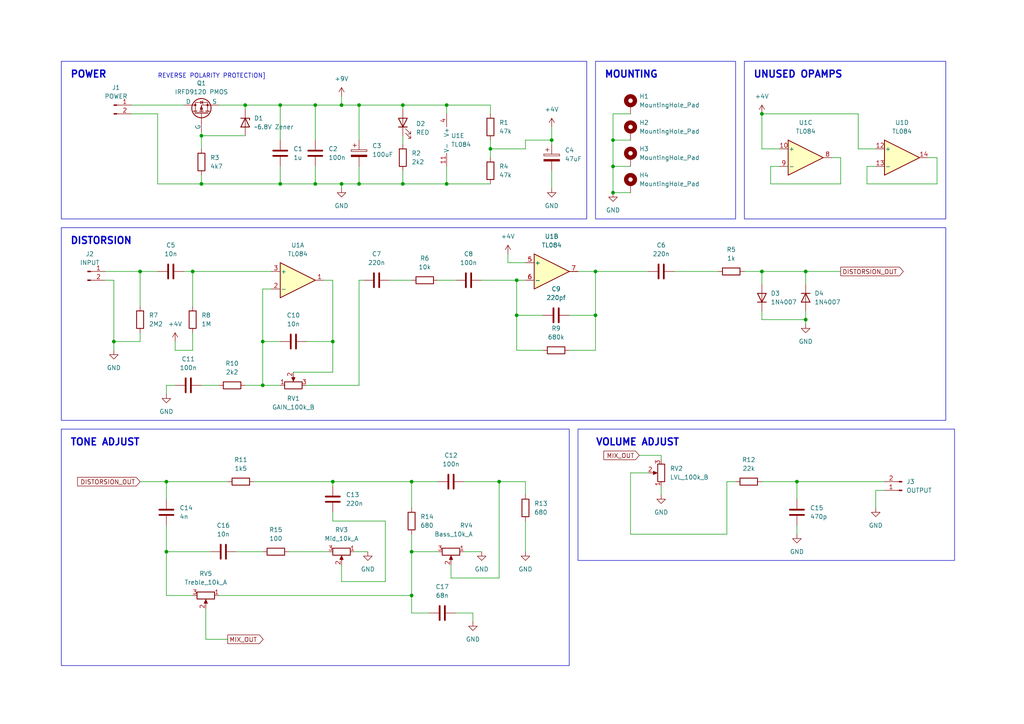
<source format=kicad_sch>
(kicad_sch (version 20230121) (generator eeschema)
  (paper "A4")
  (title_block (title "Marshall Guvn'r Guitar Pedal") (date "2024-01-13") (company "Aleksa Heler"))
  (lib_symbols
    (symbol "Amplifier_Operational:TL084" (pin_names (offset 0.127))
      (property "Reference" "U" (at 0 5.08 0))
      (property "Value" "TL084" (at 0 -5.08 0))
      (symbol "TL084_1_1"
        (polyline (pts (xy -5.08 5.08) (xy 5.08 0) (xy -5.08 -5.08) (xy -5.08 5.08)) (stroke (width 0.254)) (fill (type background)))
        (pin output line (at 7.62 0 180) (length 2.54) (name "~") (number "1"))
        (pin input line (at -7.62 -2.54 0) (length 2.54) (name "-") (number "2"))
        (pin input line (at -7.62 2.54 0) (length 2.54) (name "+") (number "3"))
      )
      (symbol "TL084_2_1"
        (polyline (pts (xy -5.08 5.08) (xy 5.08 0) (xy -5.08 -5.08) (xy -5.08 5.08)) (stroke (width 0.254)) (fill (type background)))
        (pin input line (at -7.62 2.54 0) (length 2.54) (name "+") (number "5"))
        (pin input line (at -7.62 -2.54 0) (length 2.54) (name "-") (number "6"))
        (pin output line (at 7.62 0 180) (length 2.54) (name "~") (number "7"))
      )
      (symbol "TL084_3_1"
        (polyline (pts (xy -5.08 5.08) (xy 5.08 0) (xy -5.08 -5.08) (xy -5.08 5.08)) (stroke (width 0.254)) (fill (type background)))
        (pin input line (at -7.62 2.54 0) (length 2.54) (name "+") (number "10"))
        (pin output line (at 7.62 0 180) (length 2.54) (name "~") (number "8"))
        (pin input line (at -7.62 -2.54 0) (length 2.54) (name "-") (number "9"))
      )
      (symbol "TL084_4_1"
        (polyline (pts (xy -5.08 5.08) (xy 5.08 0) (xy -5.08 -5.08) (xy -5.08 5.08)) (stroke (width 0.254)) (fill (type background)))
        (pin input line (at -7.62 2.54 0) (length 2.54) (name "+") (number "12"))
        (pin input line (at -7.62 -2.54 0) (length 2.54) (name "-") (number "13"))
        (pin output line (at 7.62 0 180) (length 2.54) (name "~") (number "14"))
      )
      (symbol "TL084_5_1"
        (pin power_in line (at -2.54 -7.62 90) (length 3.81) (name "V-") (number "11"))
        (pin power_in line (at -2.54 7.62 270) (length 3.81) (name "V+") (number "4"))
      )
    )
    (symbol "Connector:Conn_01x02_Pin" (pin_names (offset 1.016) hide)
      (property "Reference" "J" (at 0 2.54 0))
      (property "Value" "Conn_01x02_Pin" (at 0 -5.08 0))
      (symbol "Conn_01x02_Pin_1_1"
        (polyline (pts (xy 1.27 -2.54) (xy 0.8636 -2.54)) (stroke (width 0.1524)))
        (polyline (pts (xy 1.27 0) (xy 0.8636 0)) (stroke (width 0.1524)))
        (rectangle (start 0.8636 -2.413) (end 0 -2.667) (stroke (width 0.1524)) (fill (type outline)))
        (rectangle (start 0.8636 0.127) (end 0 -0.127) (stroke (width 0.1524)) (fill (type outline)))
        (pin passive line (at 5.08 0 180) (length 3.81) (name "Pin_1") (number "1"))
        (pin passive line (at 5.08 -2.54 180) (length 3.81) (name "Pin_2") (number "2"))
      )
    )
    (symbol "Device:C" (pin_numbers hide) (pin_names (offset 0.254))
      (property "Reference" "C" (at 0.635 2.54 0))
      (property "Value" "C" (at 0.635 -2.54 0))
      (symbol "C_0_1"
        (polyline (pts (xy -2.032 -0.762) (xy 2.032 -0.762)) (stroke (width 0.508)))
        (polyline (pts (xy -2.032 0.762) (xy 2.032 0.762)) (stroke (width 0.508)))
      )
      (symbol "C_1_1"
        (pin passive line (at 0 3.81 270) (length 2.794) (name "~") (number "1"))
        (pin passive line (at 0 -3.81 90) (length 2.794) (name "~") (number "2"))
      )
    )
    (symbol "Device:C_Polarized" (pin_numbers hide) (pin_names (offset 0.254))
      (property "Reference" "C" (at 0.635 2.54 0))
      (property "Value" "C_Polarized" (at 0.635 -2.54 0))
      (symbol "C_Polarized_0_1"
        (rectangle (start -2.286 0.508) (end 2.286 1.016))
        (polyline (pts (xy -1.778 2.286) (xy -0.762 2.286)))
        (polyline (pts (xy -1.27 2.794) (xy -1.27 1.778)))
        (rectangle (start 2.286 -0.508) (end -2.286 -1.016) (fill (type outline)))
      )
      (symbol "C_Polarized_1_1"
        (pin passive line (at 0 3.81 270) (length 2.794) (name "~") (number "1"))
        (pin passive line (at 0 -3.81 90) (length 2.794) (name "~") (number "2"))
      )
    )
    (symbol "Device:D" (pin_numbers hide) (pin_names (offset 1.016) hide)
      (property "Reference" "D" (at 0 2.54 0))
      (property "Value" "D" (at 0 -2.54 0))
      (symbol "D_0_1"
        (polyline (pts (xy -1.27 1.27) (xy -1.27 -1.27)) (stroke (width 0.254)))
        (polyline (pts (xy 1.27 0) (xy -1.27 0)))
        (polyline (pts (xy 1.27 1.27) (xy 1.27 -1.27) (xy -1.27 0) (xy 1.27 1.27)) (stroke (width 0.254)))
      )
      (symbol "D_1_1"
        (pin passive line (at -3.81 0 0) (length 2.54) (name "K") (number "1"))
        (pin passive line (at 3.81 0 180) (length 2.54) (name "A") (number "2"))
      )
    )
    (symbol "Device:D_Zener" (pin_numbers hide) (pin_names (offset 1.016) hide)
      (property "Reference" "D" (at 0 2.54 0))
      (property "Value" "D_Zener" (at 0 -2.54 0))
      (symbol "D_Zener_0_1"
        (polyline (pts (xy 1.27 0) (xy -1.27 0)))
        (polyline (pts (xy -1.27 -1.27) (xy -1.27 1.27) (xy -0.762 1.27)) (stroke (width 0.254)))
        (polyline (pts (xy 1.27 -1.27) (xy 1.27 1.27) (xy -1.27 0) (xy 1.27 -1.27)) (stroke (width 0.254)))
      )
      (symbol "D_Zener_1_1"
        (pin passive line (at -3.81 0 0) (length 2.54) (name "K") (number "1"))
        (pin passive line (at 3.81 0 180) (length 2.54) (name "A") (number "2"))
      )
    )
    (symbol "Device:LED" (pin_numbers hide) (pin_names (offset 1.016) hide)
      (property "Reference" "D" (at 0 2.54 0))
      (property "Value" "LED" (at 0 -2.54 0))
      (symbol "LED_0_1"
        (polyline (pts (xy -1.27 -1.27) (xy -1.27 1.27)) (stroke (width 0.254)))
        (polyline (pts (xy -1.27 0) (xy 1.27 0)))
        (polyline (pts (xy 1.27 -1.27) (xy 1.27 1.27) (xy -1.27 0) (xy 1.27 -1.27)) (stroke (width 0.254)))
        (polyline (pts (xy -3.048 -0.762) (xy -4.572 -2.286) (xy -3.81 -2.286) (xy -4.572 -2.286) (xy -4.572 -1.524)))
        (polyline (pts (xy -1.778 -0.762) (xy -3.302 -2.286) (xy -2.54 -2.286) (xy -3.302 -2.286) (xy -3.302 -1.524)))
      )
      (symbol "LED_1_1"
        (pin passive line (at -3.81 0 0) (length 2.54) (name "K") (number "1"))
        (pin passive line (at 3.81 0 180) (length 2.54) (name "A") (number "2"))
      )
    )
    (symbol "Device:R" (pin_numbers hide) (pin_names (offset 0))
      (property "Reference" "R" (at 2.032 0 90))
      (property "Value" "R" (at 0 0 90))
      (symbol "R_0_1"
        (rectangle (start -1.016 -2.54) (end 1.016 2.54) (stroke (width 0.254)))
      )
      (symbol "R_1_1"
        (pin passive line (at 0 3.81 270) (length 1.27) (name "~") (number "1"))
        (pin passive line (at 0 -3.81 90) (length 1.27) (name "~") (number "2"))
      )
    )
    (symbol "Device:R_Potentiometer" (pin_names (offset 1.016) hide)
      (property "Reference" "RV" (at -4.445 0 90))
      (property "Value" "R_Potentiometer" (at -2.54 0 90))
      (symbol "R_Potentiometer_0_1"
        (polyline (pts (xy 2.54 0) (xy 1.524 0)))
        (polyline (pts (xy 1.143 0) (xy 2.286 0.508) (xy 2.286 -0.508) (xy 1.143 0)) (fill (type outline)))
        (rectangle (start 1.016 2.54) (end -1.016 -2.54) (stroke (width 0.254)))
      )
      (symbol "R_Potentiometer_1_1"
        (pin passive line (at 0 3.81 270) (length 1.27) (name "1") (number "1"))
        (pin passive line (at 3.81 0 180) (length 1.27) (name "2") (number "2"))
        (pin passive line (at 0 -3.81 90) (length 1.27) (name "3") (number "3"))
      )
    )
    (symbol "Mechanical:MountingHole_Pad" (pin_numbers hide) (pin_names (offset 1.016) hide)
      (property "Reference" "H" (at 0 6.35 0))
      (property "Value" "MountingHole_Pad" (at 0 4.445 0))
      (symbol "MountingHole_Pad_0_1"
        (circle (center 0 1.27) (radius 1.27) (stroke (width 1.27)))
      )
      (symbol "MountingHole_Pad_1_1"
        (pin input line (at 0 -2.54 90) (length 2.54) (name "1") (number "1"))
      )
    )
    (symbol "Simulation_SPICE:PMOS" (pin_numbers hide) (pin_names (offset 0))
      (property "Reference" "Q" (at 5.08 1.27 0))
      (property "Value" "PMOS" (at 5.08 -1.27 0))
      (symbol "PMOS_0_1"
        (polyline (pts (xy 0.254 0) (xy -2.54 0)))
        (polyline (pts (xy 0.254 1.905) (xy 0.254 -1.905)) (stroke (width 0.254)))
        (polyline (pts (xy 0.762 -1.27) (xy 0.762 -2.286)) (stroke (width 0.254)))
        (polyline (pts (xy 0.762 0.508) (xy 0.762 -0.508)) (stroke (width 0.254)))
        (polyline (pts (xy 0.762 2.286) (xy 0.762 1.27)) (stroke (width 0.254)))
        (polyline (pts (xy 2.54 2.54) (xy 2.54 1.778)))
        (polyline (pts (xy 2.54 -2.54) (xy 2.54 0) (xy 0.762 0)))
        (polyline (pts (xy 0.762 1.778) (xy 3.302 1.778) (xy 3.302 -1.778) (xy 0.762 -1.778)))
        (polyline (pts (xy 2.286 0) (xy 1.27 0.381) (xy 1.27 -0.381) (xy 2.286 0)) (fill (type outline)))
        (polyline (pts (xy 2.794 -0.508) (xy 2.921 -0.381) (xy 3.683 -0.381) (xy 3.81 -0.254)))
        (polyline (pts (xy 3.302 -0.381) (xy 2.921 0.254) (xy 3.683 0.254) (xy 3.302 -0.381)))
        (circle (center 1.651 0) (radius 2.794) (stroke (width 0.254)))
        (circle (center 2.54 -1.778) (radius 0.254) (fill (type outline)))
        (circle (center 2.54 1.778) (radius 0.254) (fill (type outline)))
      )
      (symbol "PMOS_1_1"
        (pin passive line (at 2.54 5.08 270) (length 2.54) (name "D") (number "1"))
        (pin input line (at -5.08 0 0) (length 2.54) (name "G") (number "2"))
        (pin passive line (at 2.54 -5.08 90) (length 2.54) (name "S") (number "3"))
      )
    )
    (symbol "power:+4V" (power) (pin_names (offset 0))
      (property "Value" "+4V" (at 0 3.556 0))
      (symbol "+4V_0_1"
        (polyline (pts (xy -0.762 1.27) (xy 0 2.54)))
        (polyline (pts (xy 0 0) (xy 0 2.54)))
        (polyline (pts (xy 0 2.54) (xy 0.762 1.27)))
      )
      (symbol "+4V_1_1"
        (pin power_in line (at 0 0 90) (length 0) hide (name "+4V") (number "1"))
      )
    )
    (symbol "power:+9V" (power) (pin_names (offset 0))
      (property "Value" "+9V" (at 0 3.556 0))
      (symbol "+9V_0_1"
        (polyline (pts (xy -0.762 1.27) (xy 0 2.54)))
        (polyline (pts (xy 0 0) (xy 0 2.54)))
        (polyline (pts (xy 0 2.54) (xy 0.762 1.27)))
      )
      (symbol "+9V_1_1"
        (pin power_in line (at 0 0 90) (length 0) hide (name "+9V") (number "1"))
      )
    )
    (symbol "power:GND" (power) (pin_names (offset 0))
      (property "Value" "GND" (at 0 -3.81 0))
      (symbol "GND_0_1"
        (polyline (pts (xy 0 0) (xy 0 -1.27) (xy 1.27 -1.27) (xy 0 -2.54) (xy -1.27 -1.27) (xy 0 -1.27)))
      )
      (symbol "GND_1_1"
        (pin power_in line (at 0 0 270) (length 0) hide (name "GND") (number "1"))
      )
    )
  )
  (junction (at 104.14 53.34))
  (junction (at 172.72 78.74))
  (junction (at 119.38 139.7))
  (junction (at 129.54 30.48))
  (junction (at 40.64 78.74))
  (junction (at 116.84 53.34))
  (junction (at 149.86 81.28))
  (junction (at 177.8 40.64))
  (junction (at 58.42 53.34))
  (junction (at 149.86 91.44))
  (junction (at 76.2 111.76))
  (junction (at 99.06 53.34))
  (junction (at 160.02 40.64))
  (junction (at 71.12 30.48))
  (junction (at 220.98 33.02))
  (junction (at 96.52 99.06))
  (junction (at 104.14 30.48))
  (junction (at 220.98 78.74))
  (junction (at 144.78 139.7))
  (junction (at 172.72 91.44))
  (junction (at 142.24 43.18))
  (junction (at 81.28 30.48))
  (junction (at 33.02 99.06))
  (junction (at 116.84 30.48))
  (junction (at 76.2 99.06))
  (junction (at 48.26 160.02))
  (junction (at 81.28 53.34))
  (junction (at 233.68 78.74))
  (junction (at 233.68 92.71))
  (junction (at 91.44 30.48))
  (junction (at 119.38 172.72))
  (junction (at 177.8 55.88))
  (junction (at 119.38 160.02))
  (junction (at 91.44 53.34))
  (junction (at 48.26 139.7))
  (junction (at 99.06 30.48))
  (junction (at 129.54 53.34))
  (junction (at 231.14 139.7))
  (junction (at 177.8 48.26))
  (junction (at 96.52 139.7))
  (junction (at 55.88 78.74))
  (junction (at 58.42 39.37))
  (wire (pts (xy 68.58 160.02) (xy 76.2 160.02)))
  (wire (pts (xy 243.84 45.72) (xy 243.84 53.34)))
  (wire (pts (xy 254 147.32) (xy 254 142.24)))
  (wire (pts (xy 172.72 78.74) (xy 167.64 78.74)))
  (wire (pts (xy 233.68 90.17) (xy 233.68 92.71)))
  (wire (pts (xy 111.76 151.13) (xy 96.52 151.13)))
  (wire (pts (xy 55.88 172.72) (xy 48.26 172.72)))
  (wire (pts (xy 59.69 176.53) (xy 59.69 185.42)))
  (wire (pts (xy 254 48.26) (xy 251.46 48.26)))
  (wire (pts (xy 73.66 139.7) (xy 96.52 139.7)))
  (wire (pts (xy 177.8 40.64) (xy 182.88 40.64)))
  (wire (pts (xy 104.14 53.34) (xy 116.84 53.34)))
  (wire (pts (xy 220.98 78.74) (xy 220.98 82.55)))
  (wire (pts (xy 33.02 81.28) (xy 33.02 99.06)))
  (wire (pts (xy 191.77 132.08) (xy 191.77 133.35)))
  (wire (pts (xy 81.28 48.26) (xy 81.28 53.34)))
  (wire (pts (xy 233.68 92.71) (xy 233.68 93.98)))
  (wire (pts (xy 254 142.24) (xy 256.54 142.24)))
  (wire (pts (xy 99.06 30.48) (xy 104.14 30.48)))
  (wire (pts (xy 142.24 33.02) (xy 142.24 30.48)))
  (wire (pts (xy 48.26 111.76) (xy 50.8 111.76)))
  (wire (pts (xy 129.54 48.26) (xy 129.54 53.34)))
  (wire (pts (xy 177.8 48.26) (xy 177.8 55.88)))
  (wire (pts (xy 50.8 101.6) (xy 55.88 101.6)))
  (wire (pts (xy 83.82 160.02) (xy 95.25 160.02)))
  (wire (pts (xy 88.9 99.06) (xy 96.52 99.06)))
  (wire (pts (xy 177.8 55.88) (xy 182.88 55.88)))
  (wire (pts (xy 172.72 101.6) (xy 172.72 91.44)))
  (wire (pts (xy 182.88 137.16) (xy 187.96 137.16)))
  (wire (pts (xy 134.62 160.02) (xy 139.7 160.02)))
  (wire (pts (xy 144.78 139.7) (xy 152.4 139.7)))
  (wire (pts (xy 85.09 107.95) (xy 96.52 107.95)))
  (wire (pts (xy 182.88 154.94) (xy 182.88 137.16)))
  (wire (pts (xy 147.32 73.66) (xy 147.32 76.2)))
  (wire (pts (xy 124.46 177.8) (xy 119.38 177.8)))
  (wire (pts (xy 182.88 33.02) (xy 177.8 33.02)))
  (wire (pts (xy 220.98 92.71) (xy 233.68 92.71)))
  (wire (pts (xy 119.38 177.8) (xy 119.38 172.72)))
  (wire (pts (xy 220.98 33.02) (xy 220.98 43.18)))
  (wire (pts (xy 99.06 163.83) (xy 99.06 168.6814)))
  (wire (pts (xy 134.62 139.7) (xy 144.78 139.7)))
  (wire (pts (xy 105.41 81.28) (xy 104.14 81.28)))
  (wire (pts (xy 165.1 91.44) (xy 172.72 91.44)))
  (wire (pts (xy 88.9 111.76) (xy 104.14 111.76)))
  (wire (pts (xy 165.1 101.6) (xy 172.72 101.6)))
  (wire (pts (xy 48.26 114.3) (xy 48.26 111.76)))
  (wire (pts (xy 231.14 139.7) (xy 256.54 139.7)))
  (wire (pts (xy 137.16 180.34) (xy 137.16 177.8)))
  (wire (pts (xy 142.24 43.18) (xy 152.4 43.18)))
  (wire (pts (xy 40.64 99.06) (xy 33.02 99.06)))
  (wire (pts (xy 104.14 30.48) (xy 116.84 30.48)))
  (wire (pts (xy 55.88 78.74) (xy 78.74 78.74)))
  (wire (pts (xy 177.8 48.26) (xy 182.88 48.26)))
  (wire (pts (xy 152.4 40.64) (xy 160.02 40.64)))
  (wire (pts (xy 233.68 78.74) (xy 233.68 82.55)))
  (wire (pts (xy 116.84 53.34) (xy 116.84 49.53)))
  (wire (pts (xy 130.81 163.83) (xy 130.81 167.64)))
  (wire (pts (xy 91.44 30.48) (xy 91.44 40.64)))
  (wire (pts (xy 45.72 53.34) (xy 58.42 53.34)))
  (wire (pts (xy 104.14 81.28) (xy 104.14 111.76)))
  (wire (pts (xy 152.4 151.13) (xy 152.4 160.02)))
  (wire (pts (xy 99.06 54.61) (xy 99.06 53.34)))
  (wire (pts (xy 76.2 83.82) (xy 78.74 83.82)))
  (wire (pts (xy 81.28 30.48) (xy 91.44 30.48)))
  (wire (pts (xy 81.28 30.48) (xy 81.28 40.64)))
  (wire (pts (xy 149.86 101.6) (xy 149.86 91.44)))
  (wire (pts (xy 130.81 167.64) (xy 144.78 167.64)))
  (wire (pts (xy 96.52 107.95) (xy 96.52 99.06)))
  (wire (pts (xy 81.28 111.76) (xy 76.2 111.76)))
  (wire (pts (xy 116.84 30.48) (xy 116.84 31.75)))
  (wire (pts (xy 30.48 78.74) (xy 40.64 78.74)))
  (wire (pts (xy 38.1 33.02) (xy 45.72 33.02)))
  (wire (pts (xy 45.72 33.02) (xy 45.72 53.34)))
  (wire (pts (xy 81.28 99.06) (xy 76.2 99.06)))
  (wire (pts (xy 157.48 101.6) (xy 149.86 101.6)))
  (wire (pts (xy 60.96 160.02) (xy 48.26 160.02)))
  (wire (pts (xy 102.87 160.02) (xy 106.68 160.02)))
  (wire (pts (xy 71.12 30.48) (xy 81.28 30.48)))
  (wire (pts (xy 99.06 168.6814) (xy 111.76 168.6814)))
  (wire (pts (xy 113.03 81.28) (xy 119.38 81.28)))
  (wire (pts (xy 269.24 45.72) (xy 271.78 45.72)))
  (wire (pts (xy 58.42 53.34) (xy 81.28 53.34)))
  (wire (pts (xy 220.98 90.17) (xy 220.98 92.71)))
  (wire (pts (xy 172.72 91.44) (xy 172.72 78.74)))
  (wire (pts (xy 223.52 53.34) (xy 223.52 48.26)))
  (wire (pts (xy 96.52 99.06) (xy 96.52 81.28)))
  (wire (pts (xy 119.38 160.02) (xy 127 160.02)))
  (wire (pts (xy 160.02 40.64) (xy 160.02 41.91)))
  (wire (pts (xy 248.92 33.02) (xy 248.92 43.18)))
  (wire (pts (xy 104.14 30.48) (xy 104.14 40.64)))
  (wire (pts (xy 58.42 50.8) (xy 58.42 53.34)))
  (wire (pts (xy 63.5 30.48) (xy 71.12 30.48)))
  (wire (pts (xy 231.14 152.4) (xy 231.14 154.94)))
  (wire (pts (xy 71.12 111.76) (xy 76.2 111.76)))
  (wire (pts (xy 215.9 78.74) (xy 220.98 78.74)))
  (wire (pts (xy 210.82 139.7) (xy 210.82 154.94)))
  (wire (pts (xy 71.12 30.48) (xy 71.12 31.75)))
  (wire (pts (xy 48.26 160.02) (xy 48.26 152.4)))
  (wire (pts (xy 220.98 139.7) (xy 231.14 139.7)))
  (wire (pts (xy 185.42 132.08) (xy 191.77 132.08)))
  (wire (pts (xy 172.72 78.74) (xy 187.96 78.74)))
  (wire (pts (xy 55.88 88.9) (xy 55.88 78.74)))
  (wire (pts (xy 251.46 53.34) (xy 271.78 53.34)))
  (wire (pts (xy 40.64 78.74) (xy 45.72 78.74)))
  (wire (pts (xy 129.54 30.48) (xy 142.24 30.48)))
  (wire (pts (xy 152.4 139.7) (xy 152.4 143.51)))
  (wire (pts (xy 233.68 78.74) (xy 243.84 78.74)))
  (wire (pts (xy 119.38 139.7) (xy 127 139.7)))
  (wire (pts (xy 96.52 140.97) (xy 96.52 139.7)))
  (wire (pts (xy 63.5 172.72) (xy 119.38 172.72)))
  (wire (pts (xy 152.4 43.18) (xy 152.4 40.64)))
  (wire (pts (xy 99.06 30.48) (xy 99.06 27.94)))
  (wire (pts (xy 76.2 111.76) (xy 76.2 99.06)))
  (wire (pts (xy 248.92 43.18) (xy 254 43.18)))
  (wire (pts (xy 76.2 99.06) (xy 76.2 83.82)))
  (wire (pts (xy 48.26 144.78) (xy 48.26 139.7)))
  (wire (pts (xy 50.8 99.06) (xy 50.8 101.6)))
  (wire (pts (xy 149.86 81.28) (xy 152.4 81.28)))
  (wire (pts (xy 220.98 33.02) (xy 248.92 33.02)))
  (wire (pts (xy 40.64 139.7) (xy 48.26 139.7)))
  (wire (pts (xy 220.98 78.74) (xy 233.68 78.74)))
  (wire (pts (xy 223.52 48.26) (xy 226.06 48.26)))
  (wire (pts (xy 55.88 101.6) (xy 55.88 96.52)))
  (wire (pts (xy 243.84 53.34) (xy 223.52 53.34)))
  (wire (pts (xy 91.44 48.26) (xy 91.44 53.34)))
  (wire (pts (xy 116.84 30.48) (xy 129.54 30.48)))
  (wire (pts (xy 96.52 151.13) (xy 96.52 148.59)))
  (wire (pts (xy 177.8 40.64) (xy 177.8 48.26)))
  (wire (pts (xy 58.42 38.1) (xy 58.42 39.37)))
  (wire (pts (xy 129.54 30.48) (xy 129.54 33.02)))
  (wire (pts (xy 191.77 140.97) (xy 191.77 143.51)))
  (wire (pts (xy 147.32 76.2) (xy 152.4 76.2)))
  (wire (pts (xy 40.64 78.74) (xy 40.64 88.9)))
  (wire (pts (xy 111.76 151.13) (xy 111.76 168.6814)))
  (wire (pts (xy 137.16 177.8) (xy 132.08 177.8)))
  (wire (pts (xy 271.78 53.34) (xy 271.78 45.72)))
  (wire (pts (xy 81.28 53.34) (xy 91.44 53.34)))
  (wire (pts (xy 96.52 81.28) (xy 93.98 81.28)))
  (wire (pts (xy 177.8 33.02) (xy 177.8 40.64)))
  (wire (pts (xy 144.78 139.7) (xy 144.78 167.64)))
  (wire (pts (xy 40.64 96.52) (xy 40.64 99.06)))
  (wire (pts (xy 160.02 36.83) (xy 160.02 40.64)))
  (wire (pts (xy 33.02 99.06) (xy 33.02 101.6)))
  (wire (pts (xy 30.48 81.28) (xy 33.02 81.28)))
  (wire (pts (xy 59.69 185.42) (xy 66.04 185.42)))
  (wire (pts (xy 119.38 147.32) (xy 119.38 139.7)))
  (wire (pts (xy 142.24 40.64) (xy 142.24 43.18)))
  (wire (pts (xy 210.82 154.94) (xy 182.88 154.94)))
  (wire (pts (xy 96.52 139.7) (xy 119.38 139.7)))
  (wire (pts (xy 48.26 139.7) (xy 66.04 139.7)))
  (wire (pts (xy 116.84 53.34) (xy 129.54 53.34)))
  (wire (pts (xy 48.26 172.72) (xy 48.26 160.02)))
  (wire (pts (xy 104.14 48.26) (xy 104.14 53.34)))
  (wire (pts (xy 129.54 53.34) (xy 142.24 53.34)))
  (wire (pts (xy 58.42 39.37) (xy 58.42 43.18)))
  (wire (pts (xy 220.98 43.18) (xy 226.06 43.18)))
  (wire (pts (xy 91.44 30.48) (xy 99.06 30.48)))
  (wire (pts (xy 58.42 39.37) (xy 71.12 39.37)))
  (wire (pts (xy 157.48 91.44) (xy 149.86 91.44)))
  (wire (pts (xy 119.38 160.02) (xy 119.38 172.72)))
  (wire (pts (xy 38.1 30.48) (xy 53.34 30.48)))
  (wire (pts (xy 142.24 43.18) (xy 142.24 45.72)))
  (wire (pts (xy 55.88 78.74) (xy 53.34 78.74)))
  (wire (pts (xy 139.7 81.28) (xy 149.86 81.28)))
  (wire (pts (xy 251.46 48.26) (xy 251.46 53.34)))
  (wire (pts (xy 127 81.28) (xy 132.08 81.28)))
  (wire (pts (xy 116.84 39.37) (xy 116.84 41.91)))
  (wire (pts (xy 149.86 91.44) (xy 149.86 81.28)))
  (wire (pts (xy 99.06 53.34) (xy 104.14 53.34)))
  (wire (pts (xy 160.02 49.53) (xy 160.02 54.61)))
  (wire (pts (xy 213.36 139.7) (xy 210.82 139.7)))
  (wire (pts (xy 241.3 45.72) (xy 243.84 45.72)))
  (wire (pts (xy 91.44 53.34) (xy 99.06 53.34)))
  (wire (pts (xy 195.58 78.74) (xy 208.28 78.74)))
  (wire (pts (xy 58.42 111.76) (xy 63.5 111.76)))
  (wire (pts (xy 119.38 154.94) (xy 119.38 160.02)))
  (wire (pts (xy 231.14 139.7) (xy 231.14 144.78)))
  (rectangle (start 17.78 124.46) (end 165.1 193.04))
  (rectangle (start 17.78 17.78) (end 170.18 63.5))
  (rectangle (start 215.9 17.78) (end 274.32 63.5))
  (rectangle (start 172.72 17.78) (end 213.36 63.5))
  (rectangle (start 167.64 124.46) (end 276.86 162.56))
  (rectangle (start 17.78 66.04) (end 274.32 121.92))
  (text "DISTORSION" (at 20.32 71.12 0) (effects (font (size 2 2) (thickness 0.4) bold) (justify left bottom)))
  (text "MOUNTING" (at 175.26 22.86 0) (effects (font (size 2 2) (thickness 0.4) bold) (justify left bottom)))
  (text "TONE ADJUST" (at 20.32 129.54 0) (effects (font (size 2 2) (thickness 0.4) bold) (justify left bottom)))
  (text "POWER" (at 20.32 22.86 0) (effects (font (size 2 2) (thickness 0.4) bold) (justify left bottom)))
  (text "REVERSE POLARITY PROTECTION]" (at 45.72 22.86 0) (effects (font (size 1.27 1.27)) (justify left bottom)))
  (text "VOLUME ADJUST" (at 172.72 129.54 0) (effects (font (size 2 2) (thickness 0.4) bold) (justify left bottom)))
  (text "UNUSED OPAMPS" (at 218.44 22.86 0) (effects (font (size 2 2) (thickness 0.4) bold) (justify left bottom)))
  (global_label "MIX_OUT" (shape input) (at 185.42 132.08 180) (property "Intersheetrefs" "${INTERSHEET_REFS}" (effects hide)))
  (global_label "DISTORSION_OUT" (shape output) (at 243.84 78.74 0) (property "Intersheetrefs" "${INTERSHEET_REFS}" (effects hide)))
  (global_label "DISTORSION_OUT" (shape input) (at 40.64 139.7 180) (property "Intersheetrefs" "${INTERSHEET_REFS}" (effects hide)))
  (global_label "MIX_OUT" (shape output) (at 66.04 185.42 0) (property "Intersheetrefs" "${INTERSHEET_REFS}" (effects hide)))
  (symbol (lib_id "Device:C") (at 161.29 91.44 90) (unit 1)
    (property "Reference" "C9" (at 161.29 83.82 90))
    (property "Value" "220pf" (at 161.29 86.36 90))
    (property "Footprint" "Capacitor_SMD:C_1206_3216Metric" (effects hide))
  )
  (symbol (lib_id "power:GND") (at 191.77 143.51 0) (unit 1)
    (property "Reference" "#PWR012" (effects hide))
    (property "Value" "GND" (at 191.77 148.59 0))
  )
  (symbol (lib_id "Device:D") (at 220.98 86.36 90) (unit 1)
    (property "Reference" "D3" (at 223.52 85.09 90) (effects (justify right)))
    (property "Value" "1N4007" (at 223.52 87.63 90) (effects (justify right)))
    (property "Footprint" "Diode_THT:D_A-405_P7.62mm_Horizontal" (effects hide))
    (property "Sim.Device" "D" (effects hide))
    (property "Sim.Pins" "1=K 2=A" (effects hide))
  )
  (symbol (lib_id "Device:R_Potentiometer") (at 99.06 160.02 270) (unit 1)
    (property "Reference" "RV3" (at 99.06 153.67 90))
    (property "Value" "Mid_10k_A" (at 99.06 156.21 90))
    (property "Footprint" "Potentiometer_THT:Potentiometer_Alps_RK163_Single_Horizontal" (effects hide))
  )
  (symbol (lib_id "Device:R_Potentiometer") (at 130.81 160.02 270) (unit 1)
    (property "Reference" "RV4" (at 137.16 152.4 90) (effects (justify right)))
    (property "Value" "Bass_10k_A" (at 137.16 154.94 90) (effects (justify right)))
    (property "Footprint" "Potentiometer_THT:Potentiometer_Alps_RK163_Single_Horizontal" (effects hide))
  )
  (symbol (lib_id "power:GND") (at 139.7 160.02 0) (unit 1)
    (property "Reference" "#PWR016" (effects hide))
    (property "Value" "GND" (at 139.7 165.1 0))
  )
  (symbol (lib_id "Device:D_Zener") (at 71.12 35.56 270) (unit 1)
    (property "Reference" "D1" (at 73.66 34.29 90) (effects (justify left)))
    (property "Value" "~6.8V Zener" (at 73.66 36.83 90) (effects (justify left)))
    (property "Footprint" "Diode_THT:D_A-405_P7.62mm_Horizontal" (effects hide))
  )
  (symbol (lib_id "Device:C") (at 130.81 139.7 270) (unit 1)
    (property "Reference" "C12" (at 130.81 132.08 90))
    (property "Value" "100n" (at 130.81 134.62 90))
    (property "Footprint" "Capacitor_SMD:C_1206_3216Metric" (effects hide))
  )
  (symbol (lib_id "Device:R_Potentiometer") (at 85.09 111.76 90) (unit 1)
    (property "Reference" "RV1" (at 85.09 115.57 90))
    (property "Value" "GAIN_100k_B" (at 85.09 118.11 90))
    (property "Footprint" "Potentiometer_THT:Potentiometer_Alps_RK163_Single_Horizontal" (effects hide))
  )
  (symbol (lib_id "power:GND") (at 254 147.32 0) (unit 1)
    (property "Reference" "#PWR013" (effects hide))
    (property "Value" "GND" (at 254 152.4 0))
  )
  (symbol (lib_id "Device:R") (at 152.4 147.32 180) (unit 1)
    (property "Reference" "R13" (at 154.94 146.05 0) (effects (justify right)))
    (property "Value" "680" (at 154.94 148.59 0) (effects (justify right)))
    (property "Footprint" "Resistor_SMD:R_1206_3216Metric" (effects hide))
  )
  (symbol (lib_id "Connector:Conn_01x02_Pin") (at 33.02 30.48 0) (unit 1)
    (property "Reference" "J1" (at 33.655 25.4 0))
    (property "Value" "POWER" (at 33.655 27.94 0))
    (property "Footprint" "Connector_JST:JST_NV_B02P-NV_1x02_P5.00mm_Vertical" (effects hide))
  )
  (symbol (lib_id "Amplifier_Operational:TL084") (at 86.36 81.28 0) (unit 1)
    (property "Reference" "U1" (at 86.36 71.12 0))
    (property "Value" "TL084" (at 86.36 73.66 0))
    (property "Footprint" "Package_SO:SO-14_5.3x10.2mm_P1.27mm" (effects hide))
    (property "Datasheet" "http://www.ti.com/lit/ds/symlink/tl081.pdf" (effects hide))
  )
  (symbol (lib_id "Device:C") (at 49.53 78.74 90) (unit 1)
    (property "Reference" "C5" (at 49.53 71.12 90))
    (property "Value" "10n" (at 49.53 73.66 90))
    (property "Footprint" "Capacitor_SMD:C_1206_3216Metric" (effects hide))
  )
  (symbol (lib_id "Device:R") (at 55.88 92.71 0) (unit 1)
    (property "Reference" "R8" (at 58.42 91.44 0) (effects (justify left)))
    (property "Value" "1M" (at 58.42 93.98 0) (effects (justify left)))
    (property "Footprint" "Resistor_SMD:R_1206_3216Metric" (effects hide))
  )
  (symbol (lib_id "Device:C") (at 91.44 44.45 180) (unit 1)
    (property "Reference" "C2" (at 95.25 43.18 0) (effects (justify right)))
    (property "Value" "100n" (at 95.25 45.72 0) (effects (justify right)))
    (property "Footprint" "Capacitor_SMD:C_1206_3216Metric" (effects hide))
  )
  (symbol (lib_id "Device:C") (at 128.27 177.8 90) (unit 1)
    (property "Reference" "C17" (at 128.27 170.18 90))
    (property "Value" "68n" (at 128.27 172.72 90))
    (property "Footprint" "Capacitor_SMD:C_1206_3216Metric" (effects hide))
  )
  (symbol (lib_id "power:GND") (at 48.26 114.3 0) (unit 1)
    (property "Reference" "#PWR011" (effects hide))
    (property "Value" "GND" (at 48.26 119.38 0))
  )
  (symbol (lib_id "Device:C") (at 85.09 99.06 90) (unit 1)
    (property "Reference" "C10" (at 85.09 91.44 90))
    (property "Value" "10n" (at 85.09 93.98 90))
    (property "Footprint" "Capacitor_SMD:C_1206_3216Metric" (effects hide))
  )
  (symbol (lib_id "power:GND") (at 137.16 180.34 0) (unit 1)
    (property "Reference" "#PWR018" (effects hide))
    (property "Value" "GND" (at 137.16 185.42 0))
  )
  (symbol (lib_id "Device:C") (at 191.77 78.74 90) (unit 1)
    (property "Reference" "C6" (at 191.77 71.12 90))
    (property "Value" "220n" (at 191.77 73.66 90))
    (property "Footprint" "Capacitor_SMD:C_1206_3216Metric" (effects hide))
  )
  (symbol (lib_id "Device:R") (at 123.19 81.28 90) (unit 1)
    (property "Reference" "R6" (at 123.19 74.93 90))
    (property "Value" "10k" (at 123.19 77.47 90))
    (property "Footprint" "Resistor_SMD:R_1206_3216Metric" (effects hide))
  )
  (symbol (lib_id "power:+4V") (at 50.8 99.06 0) (unit 1)
    (property "Reference" "#PWR09" (effects hide))
    (property "Value" "+4V" (at 50.8 93.98 0))
  )
  (symbol (lib_id "Device:C") (at 54.61 111.76 90) (unit 1)
    (property "Reference" "C11" (at 54.61 104.14 90))
    (property "Value" "100n" (at 54.61 106.68 90))
    (property "Footprint" "Capacitor_SMD:C_1206_3216Metric" (effects hide))
  )
  (symbol (lib_id "Device:R") (at 119.38 151.13 180) (unit 1)
    (property "Reference" "R14" (at 121.92 149.86 0) (effects (justify right)))
    (property "Value" "680" (at 121.92 152.4 0) (effects (justify right)))
    (property "Footprint" "Resistor_SMD:R_1206_3216Metric" (effects hide))
  )
  (symbol (lib_id "Device:R") (at 142.24 49.53 180) (unit 1)
    (property "Reference" "R4" (at 144.78 48.26 0) (effects (justify right)))
    (property "Value" "47k" (at 144.78 50.8 0) (effects (justify right)))
    (property "Footprint" "Resistor_SMD:R_1206_3216Metric" (effects hide))
  )
  (symbol (lib_id "Device:LED") (at 116.84 35.56 90) (unit 1)
    (property "Reference" "D2" (at 120.65 35.8775 90) (effects (justify right)))
    (property "Value" "RED" (at 120.65 38.4175 90) (effects (justify right)))
    (property "Footprint" "LED_THT:LED_D5.0mm_FlatTop" (effects hide))
  )
  (symbol (lib_id "Device:R") (at 161.29 101.6 90) (unit 1)
    (property "Reference" "R9" (at 161.29 95.25 90))
    (property "Value" "680k" (at 161.29 97.79 90))
    (property "Footprint" "Resistor_SMD:R_1206_3216Metric" (effects hide))
  )
  (symbol (lib_id "Device:R") (at 116.84 45.72 180) (unit 1)
    (property "Reference" "R2" (at 119.38 44.45 0) (effects (justify right)))
    (property "Value" "2k2" (at 119.38 46.99 0) (effects (justify right)))
    (property "Footprint" "Resistor_SMD:R_1206_3216Metric" (effects hide))
  )
  (symbol (lib_id "Device:C") (at 231.14 148.59 180) (unit 1)
    (property "Reference" "C15" (at 234.95 147.32 0) (effects (justify right)))
    (property "Value" "470p" (at 234.95 149.86 0) (effects (justify right)))
    (property "Footprint" "Capacitor_SMD:C_1206_3216Metric" (effects hide))
  )
  (symbol (lib_id "Device:R") (at 212.09 78.74 90) (unit 1)
    (property "Reference" "R5" (at 212.09 72.39 90))
    (property "Value" "1k" (at 212.09 74.93 90))
    (property "Footprint" "Resistor_SMD:R_1206_3216Metric" (effects hide))
  )
  (symbol (lib_id "power:GND") (at 233.68 93.98 0) (unit 1)
    (property "Reference" "#PWR08" (effects hide))
    (property "Value" "GND" (at 233.68 99.06 0))
  )
  (symbol (lib_id "power:GND") (at 152.4 160.02 0) (unit 1)
    (property "Reference" "#PWR017" (effects hide))
    (property "Value" "GND" (at 152.4 165.1 0))
  )
  (symbol (lib_id "power:GND") (at 160.02 54.61 0) (unit 1)
    (property "Reference" "#PWR05" (effects hide))
    (property "Value" "GND" (at 160.02 59.69 0))
  )
  (symbol (lib_id "Device:C") (at 135.89 81.28 90) (unit 1)
    (property "Reference" "C8" (at 135.89 73.66 90))
    (property "Value" "100n" (at 135.89 76.2 90))
    (property "Footprint" "Capacitor_SMD:C_1206_3216Metric" (effects hide))
  )
  (symbol (lib_id "Mechanical:MountingHole_Pad") (at 182.88 45.72 0) (unit 1)
    (property "Reference" "H3" (at 185.42 43.18 0) (effects (justify left)))
    (property "Value" "MountingHole_Pad" (at 185.42 45.72 0) (effects (justify left)))
    (property "Footprint" "MountingHole:MountingHole_3.2mm_M3_Pad_Via" (effects hide))
  )
  (symbol (lib_id "Device:C") (at 81.28 44.45 180) (unit 1)
    (property "Reference" "C1" (at 85.09 43.18 0) (effects (justify right)))
    (property "Value" "1u" (at 85.09 45.72 0) (effects (justify right)))
    (property "Footprint" "Capacitor_SMD:C_1206_3216Metric" (effects hide))
  )
  (symbol (lib_id "Mechanical:MountingHole_Pad") (at 182.88 30.48 0) (unit 1)
    (property "Reference" "H1" (at 185.42 27.94 0) (effects (justify left)))
    (property "Value" "MountingHole_Pad" (at 185.42 30.48 0) (effects (justify left)))
    (property "Footprint" "MountingHole:MountingHole_3.2mm_M3_Pad_Via" (effects hide))
  )
  (symbol (lib_id "Amplifier_Operational:TL084") (at 160.02 78.74 0) (unit 2)
    (property "Reference" "U1" (at 160.02 68.58 0))
    (property "Value" "TL084" (at 160.02 71.12 0))
    (property "Footprint" "Package_SO:SO-14_5.3x10.2mm_P1.27mm" (effects hide))
    (property "Datasheet" "http://www.ti.com/lit/ds/symlink/tl081.pdf" (effects hide))
  )
  (symbol (lib_id "Device:R") (at 142.24 36.83 180) (unit 1)
    (property "Reference" "R1" (at 144.78 35.56 0) (effects (justify right)))
    (property "Value" "47k" (at 144.78 38.1 0) (effects (justify right)))
    (property "Footprint" "Resistor_SMD:R_1206_3216Metric" (effects hide))
  )
  (symbol (lib_id "power:GND") (at 99.06 54.61 0) (unit 1)
    (property "Reference" "#PWR04" (effects hide))
    (property "Value" "GND" (at 99.06 59.69 0))
  )
  (symbol (lib_id "power:+9V") (at 99.06 27.94 0) (unit 1)
    (property "Reference" "#PWR01" (effects hide))
    (property "Value" "+9V" (at 99.06 22.86 0))
  )
  (symbol (lib_id "power:+4V") (at 220.98 33.02 0) (unit 1)
    (property "Reference" "#PWR02" (effects hide))
    (property "Value" "+4V" (at 220.98 27.94 0))
  )
  (symbol (lib_id "Device:R") (at 67.31 111.76 90) (unit 1)
    (property "Reference" "R10" (at 67.31 105.41 90))
    (property "Value" "2k2" (at 67.31 107.95 90))
    (property "Footprint" "Resistor_SMD:R_1206_3216Metric" (effects hide))
  )
  (symbol (lib_id "Device:R") (at 69.85 139.7 90) (unit 1)
    (property "Reference" "R11" (at 69.85 133.35 90))
    (property "Value" "1k5" (at 69.85 135.89 90))
    (property "Footprint" "Resistor_SMD:R_1206_3216Metric" (effects hide))
  )
  (symbol (lib_id "Amplifier_Operational:TL084") (at 233.68 45.72 0) (unit 3)
    (property "Reference" "U1" (at 233.68 35.56 0))
    (property "Value" "TL084" (at 233.68 38.1 0))
    (property "Footprint" "Package_SO:SO-14_5.3x10.2mm_P1.27mm" (effects hide))
    (property "Datasheet" "http://www.ti.com/lit/ds/symlink/tl081.pdf" (effects hide))
  )
  (symbol (lib_id "Device:D") (at 233.68 86.36 270) (unit 1)
    (property "Reference" "D4" (at 236.22 85.09 90) (effects (justify left)))
    (property "Value" "1N4007" (at 236.22 87.63 90) (effects (justify left)))
    (property "Footprint" "Diode_THT:D_A-405_P7.62mm_Horizontal" (effects hide))
    (property "Sim.Device" "D" (effects hide))
    (property "Sim.Pins" "1=K 2=A" (effects hide))
  )
  (symbol (lib_id "Mechanical:MountingHole_Pad") (at 182.88 38.1 0) (unit 1)
    (property "Reference" "H2" (at 185.42 35.56 0) (effects (justify left)))
    (property "Value" "MountingHole_Pad" (at 185.42 38.1 0) (effects (justify left)))
    (property "Footprint" "MountingHole:MountingHole_3.2mm_M3_Pad_Via" (effects hide))
  )
  (symbol (lib_id "power:+4V") (at 147.32 73.66 0) (unit 1)
    (property "Reference" "#PWR07" (effects hide))
    (property "Value" "+4V" (at 147.32 68.58 0))
  )
  (symbol (lib_id "Device:R") (at 40.64 92.71 0) (unit 1)
    (property "Reference" "R7" (at 43.18 91.44 0) (effects (justify left)))
    (property "Value" "2M2" (at 43.18 93.98 0) (effects (justify left)))
    (property "Footprint" "Resistor_SMD:R_1206_3216Metric" (effects hide))
  )
  (symbol (lib_id "Device:R") (at 217.17 139.7 90) (unit 1)
    (property "Reference" "R12" (at 217.17 133.35 90))
    (property "Value" "22k" (at 217.17 135.89 90))
    (property "Footprint" "Resistor_SMD:R_1206_3216Metric" (effects hide))
  )
  (symbol (lib_id "Device:R") (at 58.42 46.99 180) (unit 1)
    (property "Reference" "R3" (at 60.96 45.72 0) (effects (justify right)))
    (property "Value" "4k7" (at 60.96 48.26 0) (effects (justify right)))
    (property "Footprint" "Resistor_SMD:R_1206_3216Metric" (effects hide))
  )
  (symbol (lib_id "Amplifier_Operational:TL084") (at 261.62 45.72 0) (unit 4)
    (property "Reference" "U1" (at 261.62 35.56 0))
    (property "Value" "TL084" (at 261.62 38.1 0))
    (property "Footprint" "Package_SO:SO-14_5.3x10.2mm_P1.27mm" (effects hide))
    (property "Datasheet" "http://www.ti.com/lit/ds/symlink/tl081.pdf" (effects hide))
  )
  (symbol (lib_id "Amplifier_Operational:TL084") (at 132.08 40.64 0) (unit 5)
    (property "Reference" "U1" (at 130.81 39.37 0) (effects (justify left)))
    (property "Value" "TL084" (at 130.81 41.91 0) (effects (justify left)))
    (property "Footprint" "Package_SO:SO-14_5.3x10.2mm_P1.27mm" (effects hide))
    (property "Datasheet" "http://www.ti.com/lit/ds/symlink/tl081.pdf" (effects hide))
  )
  (symbol (lib_id "Connector:Conn_01x02_Pin") (at 25.4 78.74 0) (unit 1)
    (property "Reference" "J2" (at 26.035 73.66 0))
    (property "Value" "INPUT" (at 26.035 76.2 0))
    (property "Footprint" "Connector_JST:JST_NV_B02P-NV_1x02_P5.00mm_Vertical" (effects hide))
  )
  (symbol (lib_id "power:GND") (at 231.14 154.94 0) (unit 1)
    (property "Reference" "#PWR014" (effects hide))
    (property "Value" "GND" (at 231.14 160.02 0))
  )
  (symbol (lib_id "Mechanical:MountingHole_Pad") (at 182.88 53.34 0) (unit 1)
    (property "Reference" "H4" (at 185.42 50.8 0) (effects (justify left)))
    (property "Value" "MountingHole_Pad" (at 185.42 53.34 0) (effects (justify left)))
    (property "Footprint" "MountingHole:MountingHole_3.2mm_M3_Pad_Via" (effects hide))
  )
  (symbol (lib_id "Device:C_Polarized") (at 160.02 45.72 0) (unit 1)
    (property "Reference" "C4" (at 163.83 43.561 0) (effects (justify left)))
    (property "Value" "47uF" (at 163.83 46.101 0) (effects (justify left)))
    (property "Footprint" "Capacitor_THT:CP_Radial_D4.0mm_P2.00mm" (effects hide))
  )
  (symbol (lib_id "Device:C") (at 109.22 81.28 90) (unit 1)
    (property "Reference" "C7" (at 109.22 73.66 90))
    (property "Value" "220n" (at 109.22 76.2 90))
    (property "Footprint" "Capacitor_SMD:C_1206_3216Metric" (effects hide))
  )
  (symbol (lib_id "power:+4V") (at 160.02 36.83 0) (unit 1)
    (property "Reference" "#PWR03" (effects hide))
    (property "Value" "+4V" (at 160.02 31.75 0))
  )
  (symbol (lib_id "Device:R") (at 80.01 160.02 90) (unit 1)
    (property "Reference" "R15" (at 80.01 153.67 90))
    (property "Value" "100" (at 80.01 156.21 90))
    (property "Footprint" "Resistor_SMD:R_1206_3216Metric" (effects hide))
  )
  (symbol (lib_id "Connector:Conn_01x02_Pin") (at 261.62 142.24 180) (unit 1)
    (property "Reference" "J3" (at 262.89 139.7 0) (effects (justify right)))
    (property "Value" "OUTPUT" (at 262.89 142.24 0) (effects (justify right)))
    (property "Footprint" "Connector_JST:JST_NV_B02P-NV_1x02_P5.00mm_Vertical" (effects hide))
  )
  (symbol (lib_id "Device:R_Potentiometer") (at 191.77 137.16 180) (unit 1)
    (property "Reference" "RV2" (at 194.31 135.89 0) (effects (justify right)))
    (property "Value" "LVL_100k_B" (at 194.31 138.43 0) (effects (justify right)))
    (property "Footprint" "Potentiometer_THT:Potentiometer_Alps_RK163_Single_Horizontal" (effects hide))
  )
  (symbol (lib_id "Device:C_Polarized") (at 104.14 44.45 0) (unit 1)
    (property "Reference" "C3" (at 107.95 42.291 0) (effects (justify left)))
    (property "Value" "100uF" (at 107.95 44.831 0) (effects (justify left)))
    (property "Footprint" "Capacitor_THT:CP_Radial_D4.0mm_P2.00mm" (effects hide))
  )
  (symbol (lib_id "Device:C") (at 48.26 148.59 180) (unit 1)
    (property "Reference" "C14" (at 52.07 147.32 0) (effects (justify right)))
    (property "Value" "4n" (at 52.07 149.86 0) (effects (justify right)))
    (property "Footprint" "Capacitor_SMD:C_1206_3216Metric" (effects hide))
  )
  (symbol (lib_id "power:GND") (at 177.8 55.88 0) (unit 1)
    (property "Reference" "#PWR06" (effects hide))
    (property "Value" "GND" (at 177.8 60.96 0))
  )
  (symbol (lib_id "Simulation_SPICE:PMOS") (at 58.42 33.02 90) (unit 1)
    (property "Reference" "Q1" (at 58.42 24.13 90))
    (property "Value" "IRFD9120 PMOS" (at 58.42 26.67 90))
    (property "Footprint" "Package_DIP:Vishay_HVM-DIP-3_W7.62mm" (effects hide))
    (property "Datasheet" "https://ngspice.sourceforge.io/docs/ngspice-manual.pdf" (effects hide))
    (property "Sim.Device" "PMOS" (effects hide))
    (property "Sim.Type" "VDMOS" (effects hide))
    (property "Sim.Pins" "1=D 2=G 3=S" (effects hide))
  )
  (symbol (lib_id "Device:R_Potentiometer") (at 59.69 172.72 270) (unit 1)
    (property "Reference" "RV5" (at 59.69 166.37 90))
    (property "Value" "Treble_10k_A" (at 59.69 168.91 90))
    (property "Footprint" "Potentiometer_THT:Potentiometer_Alps_RK163_Single_Horizontal" (effects hide))
  )
  (symbol (lib_id "power:GND") (at 106.68 160.02 0) (unit 1)
    (property "Reference" "#PWR015" (effects hide))
    (property "Value" "GND" (at 106.68 165.1 0))
  )
  (symbol (lib_id "Device:C") (at 64.77 160.02 270) (unit 1)
    (property "Reference" "C16" (at 64.77 152.4 90))
    (property "Value" "10n" (at 64.77 154.94 90))
    (property "Footprint" "Capacitor_SMD:C_1206_3216Metric" (effects hide))
  )
  (symbol (lib_id "Device:C") (at 96.52 144.78 180) (unit 1)
    (property "Reference" "C13" (at 100.33 143.51 0) (effects (justify right)))
    (property "Value" "220n" (at 100.33 146.05 0) (effects (justify right)))
    (property "Footprint" "Capacitor_SMD:C_1206_3216Metric" (effects hide))
  )
  (symbol (lib_id "power:GND") (at 33.02 101.6 0) (unit 1)
    (property "Reference" "#PWR010" (effects hide))
    (property "Value" "GND" (at 33.02 106.68 0))
  )
)
</source>
